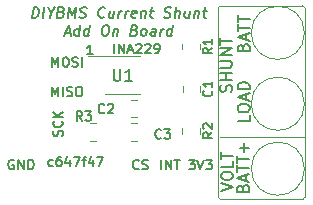
<source format=gto>
G04 #@! TF.GenerationSoftware,KiCad,Pcbnew,5.1.9+dfsg1-1+deb11u1*
G04 #@! TF.CreationDate,2023-10-04T18:53:56+00:00*
G04 #@! TF.ProjectId,ControllerCurrentShuntAddOn,436f6e74-726f-46c6-9c65-724375727265,rev?*
G04 #@! TF.SameCoordinates,Original*
G04 #@! TF.FileFunction,Legend,Top*
G04 #@! TF.FilePolarity,Positive*
%FSLAX46Y46*%
G04 Gerber Fmt 4.6, Leading zero omitted, Abs format (unit mm)*
G04 Created by KiCad (PCBNEW 5.1.9+dfsg1-1+deb11u1) date 2023-10-04 18:53:56*
%MOMM*%
%LPD*%
G01*
G04 APERTURE LIST*
%ADD10C,0.150000*%
%ADD11C,0.120000*%
%ADD12C,0.200000*%
G04 APERTURE END LIST*
D10*
X208580833Y-109543809D02*
X208504642Y-109581904D01*
X208352261Y-109581904D01*
X208276071Y-109543809D01*
X208237976Y-109505714D01*
X208199880Y-109429523D01*
X208199880Y-109200952D01*
X208237976Y-109124761D01*
X208276071Y-109086666D01*
X208352261Y-109048571D01*
X208504642Y-109048571D01*
X208580833Y-109086666D01*
X209266547Y-108781904D02*
X209114166Y-108781904D01*
X209037976Y-108820000D01*
X208999880Y-108858095D01*
X208923690Y-108972380D01*
X208885595Y-109124761D01*
X208885595Y-109429523D01*
X208923690Y-109505714D01*
X208961785Y-109543809D01*
X209037976Y-109581904D01*
X209190357Y-109581904D01*
X209266547Y-109543809D01*
X209304642Y-109505714D01*
X209342738Y-109429523D01*
X209342738Y-109239047D01*
X209304642Y-109162857D01*
X209266547Y-109124761D01*
X209190357Y-109086666D01*
X209037976Y-109086666D01*
X208961785Y-109124761D01*
X208923690Y-109162857D01*
X208885595Y-109239047D01*
X210028452Y-109048571D02*
X210028452Y-109581904D01*
X209837976Y-108743809D02*
X209647500Y-109315238D01*
X210142738Y-109315238D01*
X210371309Y-108781904D02*
X210904642Y-108781904D01*
X210561785Y-109581904D01*
X211095119Y-109048571D02*
X211399880Y-109048571D01*
X211209404Y-109581904D02*
X211209404Y-108896190D01*
X211247500Y-108820000D01*
X211323690Y-108781904D01*
X211399880Y-108781904D01*
X212009404Y-109048571D02*
X212009404Y-109581904D01*
X211818928Y-108743809D02*
X211628452Y-109315238D01*
X212123690Y-109315238D01*
X212352261Y-108781904D02*
X212885595Y-108781904D01*
X212542738Y-109581904D01*
X211978571Y-100111904D02*
X211521428Y-100111904D01*
X211750000Y-100111904D02*
X211750000Y-99311904D01*
X211673809Y-99426190D01*
X211597619Y-99502380D01*
X211521428Y-99540476D01*
D11*
X222550000Y-96200000D02*
G75*
G02*
X222750000Y-96000000I200000J0D01*
G01*
X222750000Y-112400000D02*
G75*
G02*
X222550000Y-112200000I0J200000D01*
G01*
X229950000Y-112200000D02*
G75*
G02*
X229750000Y-112400000I-200000J0D01*
G01*
X229750000Y-96000000D02*
G75*
G02*
X229950000Y-96200000I0J-200000D01*
G01*
D10*
X222852380Y-111692857D02*
X223852380Y-111359523D01*
X222852380Y-111026190D01*
X222852380Y-110502380D02*
X222852380Y-110311904D01*
X222900000Y-110216666D01*
X222995238Y-110121428D01*
X223185714Y-110073809D01*
X223519047Y-110073809D01*
X223709523Y-110121428D01*
X223804761Y-110216666D01*
X223852380Y-110311904D01*
X223852380Y-110502380D01*
X223804761Y-110597619D01*
X223709523Y-110692857D01*
X223519047Y-110740476D01*
X223185714Y-110740476D01*
X222995238Y-110692857D01*
X222900000Y-110597619D01*
X222852380Y-110502380D01*
X223852380Y-109169047D02*
X223852380Y-109645238D01*
X222852380Y-109645238D01*
X222852380Y-108978571D02*
X222852380Y-108407142D01*
X223852380Y-108692857D02*
X222852380Y-108692857D01*
X223704761Y-103288095D02*
X223752380Y-103145238D01*
X223752380Y-102907142D01*
X223704761Y-102811904D01*
X223657142Y-102764285D01*
X223561904Y-102716666D01*
X223466666Y-102716666D01*
X223371428Y-102764285D01*
X223323809Y-102811904D01*
X223276190Y-102907142D01*
X223228571Y-103097619D01*
X223180952Y-103192857D01*
X223133333Y-103240476D01*
X223038095Y-103288095D01*
X222942857Y-103288095D01*
X222847619Y-103240476D01*
X222800000Y-103192857D01*
X222752380Y-103097619D01*
X222752380Y-102859523D01*
X222800000Y-102716666D01*
X223752380Y-102288095D02*
X222752380Y-102288095D01*
X223228571Y-102288095D02*
X223228571Y-101716666D01*
X223752380Y-101716666D02*
X222752380Y-101716666D01*
X222752380Y-101240476D02*
X223561904Y-101240476D01*
X223657142Y-101192857D01*
X223704761Y-101145238D01*
X223752380Y-101050000D01*
X223752380Y-100859523D01*
X223704761Y-100764285D01*
X223657142Y-100716666D01*
X223561904Y-100669047D01*
X222752380Y-100669047D01*
X223752380Y-100192857D02*
X222752380Y-100192857D01*
X223752380Y-99621428D01*
X222752380Y-99621428D01*
X222752380Y-99288095D02*
X222752380Y-98716666D01*
X223752380Y-99002380D02*
X222752380Y-99002380D01*
D11*
X229950000Y-101300000D02*
X229950000Y-96200000D01*
X222750000Y-96000000D02*
X229750000Y-96000000D01*
X222550000Y-112200000D02*
X222550000Y-96200000D01*
X229750000Y-112400000D02*
X222750000Y-112400000D01*
X229950000Y-101300000D02*
X229950000Y-112200000D01*
X222750000Y-107100000D02*
X229950000Y-107100000D01*
D12*
X206859017Y-97012142D02*
X206971517Y-96112142D01*
X207185803Y-96112142D01*
X207309017Y-96155000D01*
X207384017Y-96240714D01*
X207416160Y-96326428D01*
X207437589Y-96497857D01*
X207421517Y-96626428D01*
X207357232Y-96797857D01*
X207303660Y-96883571D01*
X207207232Y-96969285D01*
X207073303Y-97012142D01*
X206859017Y-97012142D01*
X207759017Y-97012142D02*
X207871517Y-96112142D01*
X208412589Y-96583571D02*
X208359017Y-97012142D01*
X208171517Y-96112142D02*
X208412589Y-96583571D01*
X208771517Y-96112142D01*
X209317946Y-96540714D02*
X209441160Y-96583571D01*
X209478660Y-96626428D01*
X209510803Y-96712142D01*
X209494732Y-96840714D01*
X209441160Y-96926428D01*
X209392946Y-96969285D01*
X209301875Y-97012142D01*
X208959017Y-97012142D01*
X209071517Y-96112142D01*
X209371517Y-96112142D01*
X209451875Y-96155000D01*
X209489375Y-96197857D01*
X209521517Y-96283571D01*
X209510803Y-96369285D01*
X209457232Y-96455000D01*
X209409017Y-96497857D01*
X209317946Y-96540714D01*
X209017946Y-96540714D01*
X209859017Y-97012142D02*
X209971517Y-96112142D01*
X210191160Y-96755000D01*
X210571517Y-96112142D01*
X210459017Y-97012142D01*
X210850089Y-96969285D02*
X210973303Y-97012142D01*
X211187589Y-97012142D01*
X211278660Y-96969285D01*
X211326875Y-96926428D01*
X211380446Y-96840714D01*
X211391160Y-96755000D01*
X211359017Y-96669285D01*
X211321517Y-96626428D01*
X211241160Y-96583571D01*
X211075089Y-96540714D01*
X210994732Y-96497857D01*
X210957232Y-96455000D01*
X210925089Y-96369285D01*
X210935803Y-96283571D01*
X210989375Y-96197857D01*
X211037589Y-96155000D01*
X211128660Y-96112142D01*
X211342946Y-96112142D01*
X211466160Y-96155000D01*
X212955446Y-96926428D02*
X212907232Y-96969285D01*
X212773303Y-97012142D01*
X212687589Y-97012142D01*
X212564375Y-96969285D01*
X212489375Y-96883571D01*
X212457232Y-96797857D01*
X212435803Y-96626428D01*
X212451875Y-96497857D01*
X212516160Y-96326428D01*
X212569732Y-96240714D01*
X212666160Y-96155000D01*
X212800089Y-96112142D01*
X212885803Y-96112142D01*
X213009017Y-96155000D01*
X213046517Y-96197857D01*
X213791160Y-96412142D02*
X213716160Y-97012142D01*
X213405446Y-96412142D02*
X213346517Y-96883571D01*
X213378660Y-96969285D01*
X213459017Y-97012142D01*
X213587589Y-97012142D01*
X213678660Y-96969285D01*
X213726875Y-96926428D01*
X214144732Y-97012142D02*
X214219732Y-96412142D01*
X214198303Y-96583571D02*
X214251875Y-96497857D01*
X214300089Y-96455000D01*
X214391160Y-96412142D01*
X214476875Y-96412142D01*
X214701875Y-97012142D02*
X214776875Y-96412142D01*
X214755446Y-96583571D02*
X214809017Y-96497857D01*
X214857232Y-96455000D01*
X214948303Y-96412142D01*
X215034017Y-96412142D01*
X215607232Y-96969285D02*
X215516160Y-97012142D01*
X215344732Y-97012142D01*
X215264375Y-96969285D01*
X215232232Y-96883571D01*
X215275089Y-96540714D01*
X215328660Y-96455000D01*
X215419732Y-96412142D01*
X215591160Y-96412142D01*
X215671517Y-96455000D01*
X215703660Y-96540714D01*
X215692946Y-96626428D01*
X215253660Y-96712142D01*
X216105446Y-96412142D02*
X216030446Y-97012142D01*
X216094732Y-96497857D02*
X216142946Y-96455000D01*
X216234017Y-96412142D01*
X216362589Y-96412142D01*
X216442946Y-96455000D01*
X216475089Y-96540714D01*
X216416160Y-97012142D01*
X216791160Y-96412142D02*
X217134017Y-96412142D01*
X216957232Y-96112142D02*
X216860803Y-96883571D01*
X216892946Y-96969285D01*
X216973303Y-97012142D01*
X217059017Y-97012142D01*
X218007232Y-96969285D02*
X218130446Y-97012142D01*
X218344732Y-97012142D01*
X218435803Y-96969285D01*
X218484017Y-96926428D01*
X218537589Y-96840714D01*
X218548303Y-96755000D01*
X218516160Y-96669285D01*
X218478660Y-96626428D01*
X218398303Y-96583571D01*
X218232232Y-96540714D01*
X218151875Y-96497857D01*
X218114375Y-96455000D01*
X218082232Y-96369285D01*
X218092946Y-96283571D01*
X218146517Y-96197857D01*
X218194732Y-96155000D01*
X218285803Y-96112142D01*
X218500089Y-96112142D01*
X218623303Y-96155000D01*
X218901875Y-97012142D02*
X219014375Y-96112142D01*
X219287589Y-97012142D02*
X219346517Y-96540714D01*
X219314375Y-96455000D01*
X219234017Y-96412142D01*
X219105446Y-96412142D01*
X219014375Y-96455000D01*
X218966160Y-96497857D01*
X220176875Y-96412142D02*
X220101875Y-97012142D01*
X219791160Y-96412142D02*
X219732232Y-96883571D01*
X219764375Y-96969285D01*
X219844732Y-97012142D01*
X219973303Y-97012142D01*
X220064375Y-96969285D01*
X220112589Y-96926428D01*
X220605446Y-96412142D02*
X220530446Y-97012142D01*
X220594732Y-96497857D02*
X220642946Y-96455000D01*
X220734017Y-96412142D01*
X220862589Y-96412142D01*
X220942946Y-96455000D01*
X220975089Y-96540714D01*
X220916160Y-97012142D01*
X221291160Y-96412142D02*
X221634017Y-96412142D01*
X221457232Y-96112142D02*
X221360803Y-96883571D01*
X221392946Y-96969285D01*
X221473303Y-97012142D01*
X221559017Y-97012142D01*
X209634017Y-98305000D02*
X210062589Y-98305000D01*
X209516160Y-98562142D02*
X209928660Y-97662142D01*
X210116160Y-98562142D01*
X210801875Y-98562142D02*
X210914375Y-97662142D01*
X210807232Y-98519285D02*
X210716160Y-98562142D01*
X210544732Y-98562142D01*
X210464375Y-98519285D01*
X210426875Y-98476428D01*
X210394732Y-98390714D01*
X210426875Y-98133571D01*
X210480446Y-98047857D01*
X210528660Y-98005000D01*
X210619732Y-97962142D01*
X210791160Y-97962142D01*
X210871517Y-98005000D01*
X211616160Y-98562142D02*
X211728660Y-97662142D01*
X211621517Y-98519285D02*
X211530446Y-98562142D01*
X211359017Y-98562142D01*
X211278660Y-98519285D01*
X211241160Y-98476428D01*
X211209017Y-98390714D01*
X211241160Y-98133571D01*
X211294732Y-98047857D01*
X211342946Y-98005000D01*
X211434017Y-97962142D01*
X211605446Y-97962142D01*
X211685803Y-98005000D01*
X213014375Y-97662142D02*
X213185803Y-97662142D01*
X213266160Y-97705000D01*
X213341160Y-97790714D01*
X213362589Y-97962142D01*
X213325089Y-98262142D01*
X213260803Y-98433571D01*
X213164375Y-98519285D01*
X213073303Y-98562142D01*
X212901875Y-98562142D01*
X212821517Y-98519285D01*
X212746517Y-98433571D01*
X212725089Y-98262142D01*
X212762589Y-97962142D01*
X212826875Y-97790714D01*
X212923303Y-97705000D01*
X213014375Y-97662142D01*
X213748303Y-97962142D02*
X213673303Y-98562142D01*
X213737589Y-98047857D02*
X213785803Y-98005000D01*
X213876875Y-97962142D01*
X214005446Y-97962142D01*
X214085803Y-98005000D01*
X214117946Y-98090714D01*
X214059017Y-98562142D01*
X215532232Y-98090714D02*
X215655446Y-98133571D01*
X215692946Y-98176428D01*
X215725089Y-98262142D01*
X215709017Y-98390714D01*
X215655446Y-98476428D01*
X215607232Y-98519285D01*
X215516160Y-98562142D01*
X215173303Y-98562142D01*
X215285803Y-97662142D01*
X215585803Y-97662142D01*
X215666160Y-97705000D01*
X215703660Y-97747857D01*
X215735803Y-97833571D01*
X215725089Y-97919285D01*
X215671517Y-98005000D01*
X215623303Y-98047857D01*
X215532232Y-98090714D01*
X215232232Y-98090714D01*
X216201875Y-98562142D02*
X216121517Y-98519285D01*
X216084017Y-98476428D01*
X216051875Y-98390714D01*
X216084017Y-98133571D01*
X216137589Y-98047857D01*
X216185803Y-98005000D01*
X216276875Y-97962142D01*
X216405446Y-97962142D01*
X216485803Y-98005000D01*
X216523303Y-98047857D01*
X216555446Y-98133571D01*
X216523303Y-98390714D01*
X216469732Y-98476428D01*
X216421517Y-98519285D01*
X216330446Y-98562142D01*
X216201875Y-98562142D01*
X217273303Y-98562142D02*
X217332232Y-98090714D01*
X217300089Y-98005000D01*
X217219732Y-97962142D01*
X217048303Y-97962142D01*
X216957232Y-98005000D01*
X217278660Y-98519285D02*
X217187589Y-98562142D01*
X216973303Y-98562142D01*
X216892946Y-98519285D01*
X216860803Y-98433571D01*
X216871517Y-98347857D01*
X216925089Y-98262142D01*
X217016160Y-98219285D01*
X217230446Y-98219285D01*
X217321517Y-98176428D01*
X217701875Y-98562142D02*
X217776875Y-97962142D01*
X217755446Y-98133571D02*
X217809017Y-98047857D01*
X217857232Y-98005000D01*
X217948303Y-97962142D01*
X218034017Y-97962142D01*
X218644732Y-98562142D02*
X218757232Y-97662142D01*
X218650089Y-98519285D02*
X218559017Y-98562142D01*
X218387589Y-98562142D01*
X218307232Y-98519285D01*
X218269732Y-98476428D01*
X218237589Y-98390714D01*
X218269732Y-98133571D01*
X218323303Y-98047857D01*
X218371517Y-98005000D01*
X218462589Y-97962142D01*
X218634017Y-97962142D01*
X218714375Y-98005000D01*
D10*
X224678571Y-111438095D02*
X224726190Y-111295238D01*
X224773809Y-111247619D01*
X224869047Y-111200000D01*
X225011904Y-111200000D01*
X225107142Y-111247619D01*
X225154761Y-111295238D01*
X225202380Y-111390476D01*
X225202380Y-111771428D01*
X224202380Y-111771428D01*
X224202380Y-111438095D01*
X224250000Y-111342857D01*
X224297619Y-111295238D01*
X224392857Y-111247619D01*
X224488095Y-111247619D01*
X224583333Y-111295238D01*
X224630952Y-111342857D01*
X224678571Y-111438095D01*
X224678571Y-111771428D01*
X224916666Y-110819047D02*
X224916666Y-110342857D01*
X225202380Y-110914285D02*
X224202380Y-110580952D01*
X225202380Y-110247619D01*
X224202380Y-110057142D02*
X224202380Y-109485714D01*
X225202380Y-109771428D02*
X224202380Y-109771428D01*
X224202380Y-109295238D02*
X224202380Y-108723809D01*
X225202380Y-109009523D02*
X224202380Y-109009523D01*
X224821428Y-108390476D02*
X224821428Y-107628571D01*
X225202380Y-108009523D02*
X224440476Y-108009523D01*
X225252380Y-105292857D02*
X225252380Y-105769047D01*
X224252380Y-105769047D01*
X224252380Y-104769047D02*
X224252380Y-104578571D01*
X224300000Y-104483333D01*
X224395238Y-104388095D01*
X224585714Y-104340476D01*
X224919047Y-104340476D01*
X225109523Y-104388095D01*
X225204761Y-104483333D01*
X225252380Y-104578571D01*
X225252380Y-104769047D01*
X225204761Y-104864285D01*
X225109523Y-104959523D01*
X224919047Y-105007142D01*
X224585714Y-105007142D01*
X224395238Y-104959523D01*
X224300000Y-104864285D01*
X224252380Y-104769047D01*
X224966666Y-103959523D02*
X224966666Y-103483333D01*
X225252380Y-104054761D02*
X224252380Y-103721428D01*
X225252380Y-103388095D01*
X225252380Y-103054761D02*
X224252380Y-103054761D01*
X224252380Y-102816666D01*
X224300000Y-102673809D01*
X224395238Y-102578571D01*
X224490476Y-102530952D01*
X224680952Y-102483333D01*
X224823809Y-102483333D01*
X225014285Y-102530952D01*
X225109523Y-102578571D01*
X225204761Y-102673809D01*
X225252380Y-102816666D01*
X225252380Y-103054761D01*
X224728571Y-99519047D02*
X224776190Y-99376190D01*
X224823809Y-99328571D01*
X224919047Y-99280952D01*
X225061904Y-99280952D01*
X225157142Y-99328571D01*
X225204761Y-99376190D01*
X225252380Y-99471428D01*
X225252380Y-99852380D01*
X224252380Y-99852380D01*
X224252380Y-99519047D01*
X224300000Y-99423809D01*
X224347619Y-99376190D01*
X224442857Y-99328571D01*
X224538095Y-99328571D01*
X224633333Y-99376190D01*
X224680952Y-99423809D01*
X224728571Y-99519047D01*
X224728571Y-99852380D01*
X224966666Y-98900000D02*
X224966666Y-98423809D01*
X225252380Y-98995238D02*
X224252380Y-98661904D01*
X225252380Y-98328571D01*
X224252380Y-98138095D02*
X224252380Y-97566666D01*
X225252380Y-97852380D02*
X224252380Y-97852380D01*
X224252380Y-97376190D02*
X224252380Y-96804761D01*
X225252380Y-97090476D02*
X224252380Y-97090476D01*
X217776190Y-109861904D02*
X217776190Y-109061904D01*
X218157142Y-109861904D02*
X218157142Y-109061904D01*
X218614285Y-109861904D01*
X218614285Y-109061904D01*
X218880952Y-109061904D02*
X219338095Y-109061904D01*
X219109523Y-109861904D02*
X219109523Y-109061904D01*
X215866666Y-109785714D02*
X215828571Y-109823809D01*
X215714285Y-109861904D01*
X215638095Y-109861904D01*
X215523809Y-109823809D01*
X215447619Y-109747619D01*
X215409523Y-109671428D01*
X215371428Y-109519047D01*
X215371428Y-109404761D01*
X215409523Y-109252380D01*
X215447619Y-109176190D01*
X215523809Y-109100000D01*
X215638095Y-109061904D01*
X215714285Y-109061904D01*
X215828571Y-109100000D01*
X215866666Y-109138095D01*
X216171428Y-109823809D02*
X216285714Y-109861904D01*
X216476190Y-109861904D01*
X216552380Y-109823809D01*
X216590476Y-109785714D01*
X216628571Y-109709523D01*
X216628571Y-109633333D01*
X216590476Y-109557142D01*
X216552380Y-109519047D01*
X216476190Y-109480952D01*
X216323809Y-109442857D01*
X216247619Y-109404761D01*
X216209523Y-109366666D01*
X216171428Y-109290476D01*
X216171428Y-109214285D01*
X216209523Y-109138095D01*
X216247619Y-109100000D01*
X216323809Y-109061904D01*
X216514285Y-109061904D01*
X216628571Y-109100000D01*
X220109523Y-109061904D02*
X220604761Y-109061904D01*
X220338095Y-109366666D01*
X220452380Y-109366666D01*
X220528571Y-109404761D01*
X220566666Y-109442857D01*
X220604761Y-109519047D01*
X220604761Y-109709523D01*
X220566666Y-109785714D01*
X220528571Y-109823809D01*
X220452380Y-109861904D01*
X220223809Y-109861904D01*
X220147619Y-109823809D01*
X220109523Y-109785714D01*
X220833333Y-109061904D02*
X221100000Y-109861904D01*
X221366666Y-109061904D01*
X221557142Y-109061904D02*
X222052380Y-109061904D01*
X221785714Y-109366666D01*
X221900000Y-109366666D01*
X221976190Y-109404761D01*
X222014285Y-109442857D01*
X222052380Y-109519047D01*
X222052380Y-109709523D01*
X222014285Y-109785714D01*
X221976190Y-109823809D01*
X221900000Y-109861904D01*
X221671428Y-109861904D01*
X221595238Y-109823809D01*
X221557142Y-109785714D01*
X205290476Y-109104763D02*
X205214285Y-109066667D01*
X205100000Y-109066667D01*
X204985714Y-109104763D01*
X204909523Y-109180953D01*
X204871428Y-109257143D01*
X204833333Y-109409524D01*
X204833333Y-109523810D01*
X204871428Y-109676191D01*
X204909523Y-109752382D01*
X204985714Y-109828572D01*
X205100000Y-109866667D01*
X205176190Y-109866667D01*
X205290476Y-109828572D01*
X205328571Y-109790477D01*
X205328571Y-109523810D01*
X205176190Y-109523810D01*
X205671428Y-109866667D02*
X205671428Y-109066667D01*
X206128571Y-109866667D01*
X206128571Y-109066667D01*
X206509523Y-109866667D02*
X206509523Y-109066667D01*
X206700000Y-109066667D01*
X206814285Y-109104763D01*
X206890476Y-109180953D01*
X206928571Y-109257143D01*
X206966666Y-109409524D01*
X206966666Y-109523810D01*
X206928571Y-109676191D01*
X206890476Y-109752382D01*
X206814285Y-109828572D01*
X206700000Y-109866667D01*
X206509523Y-109866667D01*
X208542857Y-101161904D02*
X208542857Y-100361904D01*
X208809523Y-100933333D01*
X209076190Y-100361904D01*
X209076190Y-101161904D01*
X209609523Y-100361904D02*
X209761904Y-100361904D01*
X209838095Y-100400000D01*
X209914285Y-100476190D01*
X209952380Y-100628571D01*
X209952380Y-100895238D01*
X209914285Y-101047619D01*
X209838095Y-101123809D01*
X209761904Y-101161904D01*
X209609523Y-101161904D01*
X209533333Y-101123809D01*
X209457142Y-101047619D01*
X209419047Y-100895238D01*
X209419047Y-100628571D01*
X209457142Y-100476190D01*
X209533333Y-100400000D01*
X209609523Y-100361904D01*
X210257142Y-101123809D02*
X210371428Y-101161904D01*
X210561904Y-101161904D01*
X210638095Y-101123809D01*
X210676190Y-101085714D01*
X210714285Y-101009523D01*
X210714285Y-100933333D01*
X210676190Y-100857142D01*
X210638095Y-100819047D01*
X210561904Y-100780952D01*
X210409523Y-100742857D01*
X210333333Y-100704761D01*
X210295238Y-100666666D01*
X210257142Y-100590476D01*
X210257142Y-100514285D01*
X210295238Y-100438095D01*
X210333333Y-100400000D01*
X210409523Y-100361904D01*
X210600000Y-100361904D01*
X210714285Y-100400000D01*
X211057142Y-101161904D02*
X211057142Y-100361904D01*
X208542857Y-103661904D02*
X208542857Y-102861904D01*
X208809523Y-103433333D01*
X209076190Y-102861904D01*
X209076190Y-103661904D01*
X209457142Y-103661904D02*
X209457142Y-102861904D01*
X209800000Y-103623809D02*
X209914285Y-103661904D01*
X210104761Y-103661904D01*
X210180952Y-103623809D01*
X210219047Y-103585714D01*
X210257142Y-103509523D01*
X210257142Y-103433333D01*
X210219047Y-103357142D01*
X210180952Y-103319047D01*
X210104761Y-103280952D01*
X209952380Y-103242857D01*
X209876190Y-103204761D01*
X209838095Y-103166666D01*
X209800000Y-103090476D01*
X209800000Y-103014285D01*
X209838095Y-102938095D01*
X209876190Y-102900000D01*
X209952380Y-102861904D01*
X210142857Y-102861904D01*
X210257142Y-102900000D01*
X210752380Y-102861904D02*
X210904761Y-102861904D01*
X210980952Y-102900000D01*
X211057142Y-102976190D01*
X211095238Y-103128571D01*
X211095238Y-103395238D01*
X211057142Y-103547619D01*
X210980952Y-103623809D01*
X210904761Y-103661904D01*
X210752380Y-103661904D01*
X210676190Y-103623809D01*
X210600000Y-103547619D01*
X210561904Y-103395238D01*
X210561904Y-103128571D01*
X210600000Y-102976190D01*
X210676190Y-102900000D01*
X210752380Y-102861904D01*
X209383809Y-107028571D02*
X209421904Y-106914285D01*
X209421904Y-106723809D01*
X209383809Y-106647619D01*
X209345714Y-106609523D01*
X209269523Y-106571428D01*
X209193333Y-106571428D01*
X209117142Y-106609523D01*
X209079047Y-106647619D01*
X209040952Y-106723809D01*
X209002857Y-106876190D01*
X208964761Y-106952380D01*
X208926666Y-106990476D01*
X208850476Y-107028571D01*
X208774285Y-107028571D01*
X208698095Y-106990476D01*
X208660000Y-106952380D01*
X208621904Y-106876190D01*
X208621904Y-106685714D01*
X208660000Y-106571428D01*
X209345714Y-105771428D02*
X209383809Y-105809523D01*
X209421904Y-105923809D01*
X209421904Y-106000000D01*
X209383809Y-106114285D01*
X209307619Y-106190476D01*
X209231428Y-106228571D01*
X209079047Y-106266666D01*
X208964761Y-106266666D01*
X208812380Y-106228571D01*
X208736190Y-106190476D01*
X208660000Y-106114285D01*
X208621904Y-106000000D01*
X208621904Y-105923809D01*
X208660000Y-105809523D01*
X208698095Y-105771428D01*
X209421904Y-105428571D02*
X208621904Y-105428571D01*
X209421904Y-104971428D02*
X208964761Y-105314285D01*
X208621904Y-104971428D02*
X209079047Y-105428571D01*
D11*
X212227064Y-107435000D02*
X211772936Y-107435000D01*
X212227064Y-105965000D02*
X211772936Y-105965000D01*
X214500000Y-103510000D02*
X216000000Y-103510000D01*
X214500000Y-103510000D02*
X213000000Y-103510000D01*
X214500000Y-100290000D02*
X216000000Y-100290000D01*
X214500000Y-100290000D02*
X211575000Y-100290000D01*
X221035000Y-106372936D02*
X221035000Y-106827064D01*
X219565000Y-106372936D02*
X219565000Y-106827064D01*
X219565000Y-99677064D02*
X219565000Y-99222936D01*
X221035000Y-99677064D02*
X221035000Y-99222936D01*
X229900000Y-109800000D02*
G75*
G03*
X229900000Y-109800000I-2250000J0D01*
G01*
X229900000Y-104300000D02*
G75*
G03*
X229900000Y-104300000I-2250000J0D01*
G01*
X229900000Y-98300000D02*
G75*
G03*
X229900000Y-98300000I-2250000J0D01*
G01*
X215238748Y-105965000D02*
X215761252Y-105965000D01*
X215238748Y-107435000D02*
X215761252Y-107435000D01*
X215238748Y-103965000D02*
X215761252Y-103965000D01*
X215238748Y-105435000D02*
X215761252Y-105435000D01*
X221065000Y-102788748D02*
X221065000Y-103311252D01*
X219595000Y-102788748D02*
X219595000Y-103311252D01*
D10*
X211086666Y-105721904D02*
X210820000Y-105340952D01*
X210629523Y-105721904D02*
X210629523Y-104921904D01*
X210934285Y-104921904D01*
X211010476Y-104960000D01*
X211048571Y-104998095D01*
X211086666Y-105074285D01*
X211086666Y-105188571D01*
X211048571Y-105264761D01*
X211010476Y-105302857D01*
X210934285Y-105340952D01*
X210629523Y-105340952D01*
X211353333Y-104921904D02*
X211848571Y-104921904D01*
X211581904Y-105226666D01*
X211696190Y-105226666D01*
X211772380Y-105264761D01*
X211810476Y-105302857D01*
X211848571Y-105379047D01*
X211848571Y-105569523D01*
X211810476Y-105645714D01*
X211772380Y-105683809D01*
X211696190Y-105721904D01*
X211467619Y-105721904D01*
X211391428Y-105683809D01*
X211353333Y-105645714D01*
X213738095Y-101352380D02*
X213738095Y-102161904D01*
X213785714Y-102257142D01*
X213833333Y-102304761D01*
X213928571Y-102352380D01*
X214119047Y-102352380D01*
X214214285Y-102304761D01*
X214261904Y-102257142D01*
X214309523Y-102161904D01*
X214309523Y-101352380D01*
X215309523Y-102352380D02*
X214738095Y-102352380D01*
X215023809Y-102352380D02*
X215023809Y-101352380D01*
X214928571Y-101495238D01*
X214833333Y-101590476D01*
X214738095Y-101638095D01*
X213795238Y-100011904D02*
X213795238Y-99211904D01*
X214176190Y-100011904D02*
X214176190Y-99211904D01*
X214633333Y-100011904D01*
X214633333Y-99211904D01*
X214976190Y-99783333D02*
X215357142Y-99783333D01*
X214900000Y-100011904D02*
X215166666Y-99211904D01*
X215433333Y-100011904D01*
X215661904Y-99288095D02*
X215700000Y-99250000D01*
X215776190Y-99211904D01*
X215966666Y-99211904D01*
X216042857Y-99250000D01*
X216080952Y-99288095D01*
X216119047Y-99364285D01*
X216119047Y-99440476D01*
X216080952Y-99554761D01*
X215623809Y-100011904D01*
X216119047Y-100011904D01*
X216423809Y-99288095D02*
X216461904Y-99250000D01*
X216538095Y-99211904D01*
X216728571Y-99211904D01*
X216804761Y-99250000D01*
X216842857Y-99288095D01*
X216880952Y-99364285D01*
X216880952Y-99440476D01*
X216842857Y-99554761D01*
X216385714Y-100011904D01*
X216880952Y-100011904D01*
X217261904Y-100011904D02*
X217414285Y-100011904D01*
X217490476Y-99973809D01*
X217528571Y-99935714D01*
X217604761Y-99821428D01*
X217642857Y-99669047D01*
X217642857Y-99364285D01*
X217604761Y-99288095D01*
X217566666Y-99250000D01*
X217490476Y-99211904D01*
X217338095Y-99211904D01*
X217261904Y-99250000D01*
X217223809Y-99288095D01*
X217185714Y-99364285D01*
X217185714Y-99554761D01*
X217223809Y-99630952D01*
X217261904Y-99669047D01*
X217338095Y-99707142D01*
X217490476Y-99707142D01*
X217566666Y-99669047D01*
X217604761Y-99630952D01*
X217642857Y-99554761D01*
X222111904Y-106733333D02*
X221730952Y-107000000D01*
X222111904Y-107190476D02*
X221311904Y-107190476D01*
X221311904Y-106885714D01*
X221350000Y-106809523D01*
X221388095Y-106771428D01*
X221464285Y-106733333D01*
X221578571Y-106733333D01*
X221654761Y-106771428D01*
X221692857Y-106809523D01*
X221730952Y-106885714D01*
X221730952Y-107190476D01*
X221388095Y-106428571D02*
X221350000Y-106390476D01*
X221311904Y-106314285D01*
X221311904Y-106123809D01*
X221350000Y-106047619D01*
X221388095Y-106009523D01*
X221464285Y-105971428D01*
X221540476Y-105971428D01*
X221654761Y-106009523D01*
X222111904Y-106466666D01*
X222111904Y-105971428D01*
X222111904Y-99583333D02*
X221730952Y-99850000D01*
X222111904Y-100040476D02*
X221311904Y-100040476D01*
X221311904Y-99735714D01*
X221350000Y-99659523D01*
X221388095Y-99621428D01*
X221464285Y-99583333D01*
X221578571Y-99583333D01*
X221654761Y-99621428D01*
X221692857Y-99659523D01*
X221730952Y-99735714D01*
X221730952Y-100040476D01*
X222111904Y-98821428D02*
X222111904Y-99278571D01*
X222111904Y-99050000D02*
X221311904Y-99050000D01*
X221426190Y-99126190D01*
X221502380Y-99202380D01*
X221540476Y-99278571D01*
X217766666Y-107185714D02*
X217728571Y-107223809D01*
X217614285Y-107261904D01*
X217538095Y-107261904D01*
X217423809Y-107223809D01*
X217347619Y-107147619D01*
X217309523Y-107071428D01*
X217271428Y-106919047D01*
X217271428Y-106804761D01*
X217309523Y-106652380D01*
X217347619Y-106576190D01*
X217423809Y-106500000D01*
X217538095Y-106461904D01*
X217614285Y-106461904D01*
X217728571Y-106500000D01*
X217766666Y-106538095D01*
X218033333Y-106461904D02*
X218528571Y-106461904D01*
X218261904Y-106766666D01*
X218376190Y-106766666D01*
X218452380Y-106804761D01*
X218490476Y-106842857D01*
X218528571Y-106919047D01*
X218528571Y-107109523D01*
X218490476Y-107185714D01*
X218452380Y-107223809D01*
X218376190Y-107261904D01*
X218147619Y-107261904D01*
X218071428Y-107223809D01*
X218033333Y-107185714D01*
X212966666Y-105035714D02*
X212928571Y-105073809D01*
X212814285Y-105111904D01*
X212738095Y-105111904D01*
X212623809Y-105073809D01*
X212547619Y-104997619D01*
X212509523Y-104921428D01*
X212471428Y-104769047D01*
X212471428Y-104654761D01*
X212509523Y-104502380D01*
X212547619Y-104426190D01*
X212623809Y-104350000D01*
X212738095Y-104311904D01*
X212814285Y-104311904D01*
X212928571Y-104350000D01*
X212966666Y-104388095D01*
X213271428Y-104388095D02*
X213309523Y-104350000D01*
X213385714Y-104311904D01*
X213576190Y-104311904D01*
X213652380Y-104350000D01*
X213690476Y-104388095D01*
X213728571Y-104464285D01*
X213728571Y-104540476D01*
X213690476Y-104654761D01*
X213233333Y-105111904D01*
X213728571Y-105111904D01*
X222035714Y-103183333D02*
X222073809Y-103221428D01*
X222111904Y-103335714D01*
X222111904Y-103411904D01*
X222073809Y-103526190D01*
X221997619Y-103602380D01*
X221921428Y-103640476D01*
X221769047Y-103678571D01*
X221654761Y-103678571D01*
X221502380Y-103640476D01*
X221426190Y-103602380D01*
X221350000Y-103526190D01*
X221311904Y-103411904D01*
X221311904Y-103335714D01*
X221350000Y-103221428D01*
X221388095Y-103183333D01*
X222111904Y-102421428D02*
X222111904Y-102878571D01*
X222111904Y-102650000D02*
X221311904Y-102650000D01*
X221426190Y-102726190D01*
X221502380Y-102802380D01*
X221540476Y-102878571D01*
M02*

</source>
